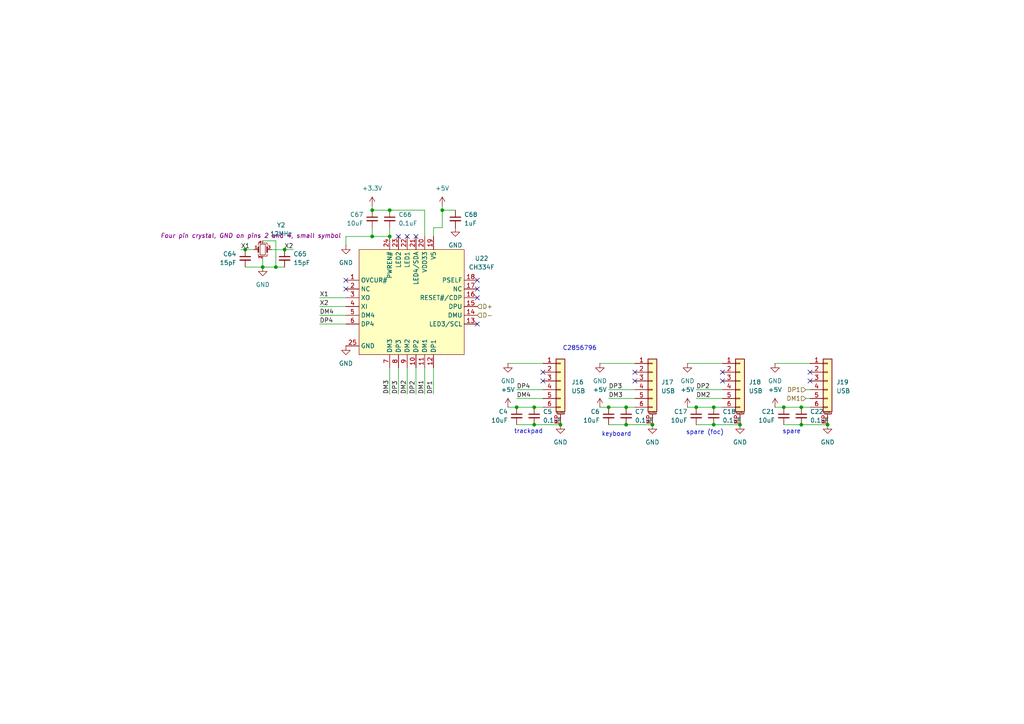
<source format=kicad_sch>
(kicad_sch (version 20240417) (generator "eeschema") (generator_version "8.99")
  (paper "A4")
  (lib_symbols
    (symbol "Connector_Generic_MountingPin:Conn_01x06_MountingPin" (pin_names (offset 1.016) hide)
      (property "Reference" "J" (at 0 7.62 0))
      (property "Value" "Conn_01x06_MountingPin" (at 1.27 -10.16 0))
      (symbol "Conn_01x06_MountingPin_1_1"
        (rectangle (start -1.27 6.35) (end 1.27 -8.89) (stroke (width 0.254)) (fill (type background)))
        (rectangle (start -1.27 5.207) (end 0 4.953) (stroke (width 0.1524)))
        (rectangle (start -1.27 2.667) (end 0 2.413) (stroke (width 0.1524)))
        (rectangle (start -1.27 0.127) (end 0 -0.127) (stroke (width 0.1524)))
        (rectangle (start -1.27 -2.413) (end 0 -2.667) (stroke (width 0.1524)))
        (rectangle (start -1.27 -4.953) (end 0 -5.207) (stroke (width 0.1524)))
        (rectangle (start -1.27 -7.493) (end 0 -7.747) (stroke (width 0.1524)))
        (polyline (pts (xy -1.016 -9.652) (xy 1.016 -9.652)) (stroke (width 0.1524)))
        (text "Mounting" (at 0 -9.271 0) (effects (font (size 0.381 0.381))))
        (pin passive line (at -5.08 5.08 0) (length 3.81) (name "Pin_1") (number "1"))
        (pin passive line (at -5.08 2.54 0) (length 3.81) (name "Pin_2") (number "2"))
        (pin passive line (at -5.08 0 0) (length 3.81) (name "Pin_3") (number "3"))
        (pin passive line (at -5.08 -2.54 0) (length 3.81) (name "Pin_4") (number "4"))
        (pin passive line (at -5.08 -5.08 0) (length 3.81) (name "Pin_5") (number "5"))
        (pin passive line (at -5.08 -7.62 0) (length 3.81) (name "Pin_6") (number "6"))
        (pin passive line (at 0 -12.7 90) (length 3.048) (name "MountPin") (number "MP"))
      )
    )
    (symbol "Device:C_Small" (pin_numbers hide) (pin_names (offset 0.254) hide)
      (property "Reference" "C" (at 0.254 1.778 0))
      (property "Value" "C_Small" (at 0.254 -2.032 0))
      (symbol "C_Small_0_1"
        (polyline (pts (xy -1.524 0.508) (xy 1.524 0.508)) (stroke (width 0.3048)))
        (polyline (pts (xy -1.524 -0.508) (xy 1.524 -0.508)) (stroke (width 0.3302)))
      )
      (symbol "C_Small_1_1"
        (pin passive line (at 0 2.54 270) (length 2.032) (name "~") (number "1"))
        (pin passive line (at 0 -2.54 90) (length 2.032) (name "~") (number "2"))
      )
    )
    (symbol "Device:Crystal_GND24_Small" (pin_names (offset 1.016) hide)
      (property "Reference" "Y" (at 1.27 4.445 0))
      (property "Value" "Crystal_GND24_Small" (at 1.27 2.54 0))
      (symbol "Crystal_GND24_Small_0_1"
        (polyline (pts (xy -1.27 1.27) (xy -1.27 1.905) (xy 1.27 1.905) (xy 1.27 1.27)))
        (polyline (pts (xy -1.27 -0.762) (xy -1.27 0.762)) (stroke (width 0.381)))
        (polyline (pts (xy -1.27 -1.27) (xy -1.27 -1.905) (xy 1.27 -1.905) (xy 1.27 -1.27)))
        (rectangle (start -0.762 -1.524) (end 0.762 1.524))
        (polyline (pts (xy 1.27 -0.762) (xy 1.27 0.762)) (stroke (width 0.381)))
      )
      (symbol "Crystal_GND24_Small_1_1"
        (pin passive line (at -2.54 0 0) (length 1.27) (name "1") (number "1"))
        (pin passive line (at 0 -2.54 90) (length 0.635) (name "2") (number "2"))
        (pin passive line (at 2.54 0 180) (length 1.27) (name "3") (number "3"))
        (pin passive line (at 0 2.54 270) (length 0.635) (name "4") (number "4"))
      )
    )
    (symbol "library:CH334F"
      (property "Reference" "U" (at 0 0 0))
      (property "Value" "CH334F" (at 0 0 0))
      (symbol "CH334F_1_1"
        (rectangle (start -15.24 15.24) (end 15.24 -15.24) (fill (type background)))
        (pin input line (at -19.05 6.35 0) (length 3.81) (name "OVCUR#") (number "1"))
        (pin input line (at 1.27 -19.05 90) (length 3.81) (name "DP2") (number "10"))
        (pin input line (at 3.81 -19.05 90) (length 3.81) (name "DM1") (number "11"))
        (pin input line (at 6.35 -19.05 90) (length 3.81) (name "DP1") (number "12"))
        (pin input line (at 19.05 -6.35 180) (length 3.81) (name "LED3/SCL") (number "13"))
        (pin input line (at 19.05 -3.81 180) (length 3.81) (name "DMU") (number "14"))
        (pin input line (at 19.05 -1.27 180) (length 3.81) (name "DPU") (number "15"))
        (pin input line (at 19.05 1.27 180) (length 3.81) (name "RESET#/CDP") (number "16"))
        (pin input line (at 19.05 3.81 180) (length 3.81) (name "NC") (number "17"))
        (pin input line (at 19.05 6.35 180) (length 3.81) (name "PSELF") (number "18"))
        (pin input line (at 6.35 19.05 270) (length 3.81) (name "V5") (number "19"))
        (pin input line (at -19.05 3.81 0) (length 3.81) (name "NC") (number "2"))
        (pin input line (at 3.81 19.05 270) (length 3.81) (name "VDD33") (number "20"))
        (pin input line (at 1.27 19.05 270) (length 3.81) (name "LED4/SDA") (number "21"))
        (pin input line (at -1.27 19.05 270) (length 3.81) (name "LED1") (number "22"))
        (pin input line (at -3.81 19.05 270) (length 3.81) (name "LED2") (number "23"))
        (pin input line (at -6.35 19.05 270) (length 3.81) (name "PWREN#") (number "24"))
        (pin input line (at -19.05 -12.7 0) (length 3.81) (name "GND") (number "25"))
        (pin input line (at -19.05 1.27 0) (length 3.81) (name "XO") (number "3"))
        (pin input line (at -19.05 -1.27 0) (length 3.81) (name "XI") (number "4"))
        (pin input line (at -19.05 -3.81 0) (length 3.81) (name "DM4") (number "5"))
        (pin input line (at -19.05 -6.35 0) (length 3.81) (name "DP4") (number "6"))
        (pin input line (at -6.35 -19.05 90) (length 3.81) (name "DM3") (number "7"))
        (pin input line (at -3.81 -19.05 90) (length 3.81) (name "DP3") (number "8"))
        (pin input line (at -1.27 -19.05 90) (length 3.81) (name "DM2") (number "9"))
      )
    )
    (symbol "power:+3.3V" (power) (pin_numbers hide) (pin_names (offset 0) hide)
      (property "Value" "+3.3V" (at 0 3.556 0))
      (symbol "+3.3V_0_1"
        (polyline (pts (xy -0.762 1.27) (xy 0 2.54)))
        (polyline (pts (xy 0 2.54) (xy 0.762 1.27)))
        (polyline (pts (xy 0 0) (xy 0 2.54)))
      )
      (symbol "+3.3V_1_1"
        (pin power_in line (at 0 0 90) (length 0) (name "~") (number "1"))
      )
    )
    (symbol "power:+5V" (power) (pin_numbers hide) (pin_names (offset 0) hide)
      (property "Value" "+5V" (at 0 3.556 0))
      (symbol "+5V_0_1"
        (polyline (pts (xy -0.762 1.27) (xy 0 2.54)))
        (polyline (pts (xy 0 2.54) (xy 0.762 1.27)))
        (polyline (pts (xy 0 0) (xy 0 2.54)))
      )
      (symbol "+5V_1_1"
        (pin power_in line (at 0 0 90) (length 0) (name "~") (number "1"))
      )
    )
    (symbol "power:GND" (power) (pin_numbers hide) (pin_names (offset 0) hide)
      (property "Value" "GND" (at 0 -3.81 0))
      (symbol "GND_0_1"
        (polyline (pts (xy 0 0) (xy 0 -1.27) (xy 1.27 -1.27) (xy 0 -2.54) (xy -1.27 -1.27) (xy 0 -1.27)))
      )
      (symbol "GND_1_1"
        (pin power_in line (at 0 0 270) (length 0) (name "~") (number "1"))
      )
    )
  )
  (text "trackpad" (at 153.2981 125.1915 0) (effects (font (size 1.27 1.27))))
  (text "spare (foc)" (at 204.47 125.476 0) (effects (font (size 1.27 1.27))))
  (text "C2856796" (at 168.148 101.092 0) (effects (font (size 1.27 1.27))))
  (text "keyboard" (at 178.816 125.984 0) (effects (font (size 1.27 1.27))))
  (text "spare" (at 229.616 125.222 0) (effects (font (size 1.27 1.27))))
  (junction (at 240.03 123.19))
  (junction (at 107.95 68.58))
  (junction (at 128.27 60.96))
  (junction (at 162.56 123.19))
  (junction (at 76.2 77.47))
  (junction (at 107.95 60.96))
  (junction (at 181.61 118.11))
  (junction (at 232.41 118.11))
  (junction (at 232.41 123.19))
  (junction (at 201.93 118.11))
  (junction (at 181.61 123.19))
  (junction (at 207.01 118.11))
  (junction (at 113.03 60.96))
  (junction (at 214.63 123.19))
  (junction (at 207.01 123.19))
  (junction (at 154.94 123.19))
  (junction (at 80.01 77.47))
  (junction (at 149.86 118.11))
  (junction (at 176.53 118.11))
  (junction (at 189.23 123.19))
  (junction (at 113.03 68.58))
  (junction (at 154.94 118.11))
  (junction (at 82.55 72.39))
  (junction (at 227.33 118.11))
  (junction (at 71.12 72.39))
  (no_connect (at 115.57 68.58))
  (no_connect (at 100.33 83.82))
  (no_connect (at 120.65 68.58))
  (no_connect (at 184.15 107.95))
  (no_connect (at 138.43 81.28))
  (no_connect (at 157.48 110.49))
  (no_connect (at 157.48 107.95))
  (no_connect (at 138.43 83.82))
  (no_connect (at 234.95 107.95))
  (no_connect (at 138.43 93.98))
  (no_connect (at 209.55 110.49))
  (no_connect (at 118.11 68.58))
  (no_connect (at 234.95 110.49))
  (no_connect (at 138.43 86.36))
  (no_connect (at 209.55 107.95))
  (no_connect (at 184.15 110.49))
  (no_connect (at 100.33 81.28))
  (wire (pts (xy 92.71 88.9) (xy 100.33 88.9)))
  (wire (pts (xy 199.39 105.41) (xy 209.55 105.41)))
  (wire (pts (xy 115.57 106.68) (xy 115.57 114.3)))
  (wire (pts (xy 181.61 118.11) (xy 184.15 118.11)))
  (wire (pts (xy 224.79 105.41) (xy 234.95 105.41)))
  (wire (pts (xy 176.53 118.11) (xy 181.61 118.11)))
  (wire (pts (xy 233.68 115.57) (xy 234.95 115.57)))
  (wire (pts (xy 107.95 60.96) (xy 113.03 60.96)))
  (wire (pts (xy 176.53 113.03) (xy 184.15 113.03)))
  (wire (pts (xy 233.68 113.03) (xy 234.95 113.03)))
  (wire (pts (xy 125.73 66.04) (xy 125.73 68.58)))
  (wire (pts (xy 76.2 74.93) (xy 76.2 77.47)))
  (wire (pts (xy 80.01 77.47) (xy 82.55 77.47)))
  (wire (pts (xy 149.86 123.19) (xy 154.94 123.19)))
  (wire (pts (xy 176.53 115.57) (xy 184.15 115.57)))
  (wire (pts (xy 149.86 115.57) (xy 157.48 115.57)))
  (wire (pts (xy 154.94 118.11) (xy 157.48 118.11)))
  (wire (pts (xy 173.99 105.41) (xy 184.15 105.41)))
  (wire (pts (xy 201.93 113.03) (xy 209.55 113.03)))
  (wire (pts (xy 100.33 68.58) (xy 107.95 68.58)))
  (wire (pts (xy 149.86 118.11) (xy 154.94 118.11)))
  (wire (pts (xy 71.12 72.39) (xy 73.66 72.39)))
  (wire (pts (xy 123.19 114.3) (xy 123.19 106.68)))
  (wire (pts (xy 85.09 72.39) (xy 82.55 72.39)))
  (wire (pts (xy 107.95 66.04) (xy 107.95 68.58)))
  (wire (pts (xy 176.53 123.19) (xy 181.61 123.19)))
  (wire (pts (xy 107.95 59.69) (xy 107.95 60.96)))
  (wire (pts (xy 224.79 118.11) (xy 227.33 118.11)))
  (wire (pts (xy 181.61 123.19) (xy 189.23 123.19)))
  (wire (pts (xy 207.01 118.11) (xy 209.55 118.11)))
  (wire (pts (xy 100.33 71.12) (xy 100.33 68.58)))
  (wire (pts (xy 76.2 77.47) (xy 80.01 77.47)))
  (wire (pts (xy 78.74 72.39) (xy 82.55 72.39)))
  (wire (pts (xy 201.93 118.11) (xy 207.01 118.11)))
  (wire (pts (xy 207.01 123.19) (xy 214.63 123.19)))
  (wire (pts (xy 232.41 118.11) (xy 234.95 118.11)))
  (wire (pts (xy 232.41 123.19) (xy 240.03 123.19)))
  (wire (pts (xy 201.93 123.19) (xy 207.01 123.19)))
  (wire (pts (xy 113.03 66.04) (xy 113.03 68.58)))
  (wire (pts (xy 71.12 77.47) (xy 76.2 77.47)))
  (wire (pts (xy 76.2 69.85) (xy 80.01 69.85)))
  (wire (pts (xy 154.94 123.19) (xy 162.56 123.19)))
  (wire (pts (xy 69.85 72.39) (xy 71.12 72.39)))
  (wire (pts (xy 118.11 114.3) (xy 118.11 106.68)))
  (wire (pts (xy 199.39 118.11) (xy 201.93 118.11)))
  (wire (pts (xy 128.27 59.69) (xy 128.27 60.96)))
  (wire (pts (xy 123.19 60.96) (xy 123.19 68.58)))
  (wire (pts (xy 80.01 69.85) (xy 80.01 77.47)))
  (wire (pts (xy 92.71 91.44) (xy 100.33 91.44)))
  (wire (pts (xy 113.03 106.68) (xy 113.03 114.3)))
  (wire (pts (xy 120.65 114.3) (xy 120.65 106.68)))
  (wire (pts (xy 128.27 60.96) (xy 128.27 66.04)))
  (wire (pts (xy 128.27 66.04) (xy 125.73 66.04)))
  (wire (pts (xy 227.33 123.19) (xy 232.41 123.19)))
  (wire (pts (xy 173.99 118.11) (xy 176.53 118.11)))
  (wire (pts (xy 128.27 60.96) (xy 132.08 60.96)))
  (wire (pts (xy 113.03 60.96) (xy 123.19 60.96)))
  (wire (pts (xy 147.32 118.11) (xy 149.86 118.11)))
  (wire (pts (xy 107.95 68.58) (xy 113.03 68.58)))
  (wire (pts (xy 201.93 115.57) (xy 209.55 115.57)))
  (wire (pts (xy 92.71 93.98) (xy 100.33 93.98)))
  (wire (pts (xy 147.32 105.41) (xy 157.48 105.41)))
  (wire (pts (xy 92.71 86.36) (xy 100.33 86.36)))
  (wire (pts (xy 149.86 113.03) (xy 157.48 113.03)))
  (wire (pts (xy 125.73 114.3) (xy 125.73 106.68)))
  (wire (pts (xy 227.33 118.11) (xy 232.41 118.11)))
  (label "DP4" (at 92.71 93.98 0))
  (label "DM4" (at 92.71 91.44 0))
  (label "DM2" (at 118.11 114.3 90))
  (label "DP3" (at 115.57 114.3 90))
  (label "DM4" (at 149.86 115.57 0))
  (label "DP2" (at 120.65 114.3 90))
  (label "DP2" (at 201.93 113.03 0))
  (label "X1" (at 92.71 86.36 0))
  (label "X2" (at 92.71 88.9 0))
  (label "DP3" (at 176.53 113.03 0))
  (label "DM1" (at 123.19 114.3 90))
  (label "DM2" (at 201.93 115.57 0))
  (label "DP1" (at 125.73 114.3 90))
  (label "X2" (at 85.09 72.39 180))
  (label "DP4" (at 149.86 113.03 0))
  (label "DM3" (at 176.53 115.57 0))
  (label "X1" (at 69.85 72.39 0))
  (label "DM3" (at 113.03 114.3 90))
  (hierarchical_label "D-" (shape input) (at 138.43 91.44 0))
  (hierarchical_label "DM1" (shape input) (at 233.68 115.57 180))
  (hierarchical_label "D+" (shape input) (at 138.43 88.9 0))
  (hierarchical_label "DP1" (shape input) (at 233.68 113.03 180))
  (symbol (lib_id "power:+5V") (at 147.32 118.11 0) (unit 1)
    (property "Reference" "#PWR0104" (effects (hide yes)))
    (property "Value" "+5V" (at 147.32 113.03 0))
    (property "Description" "Power symbol creates a global label with name \"+5V\"" (effects (hide yes)))
  )
  (symbol (lib_id "power:GND") (at 100.33 100.33 0) (unit 1)
    (property "Reference" "#PWR0154" (effects (hide yes)))
    (property "Value" "GND" (at 100.33 105.41 0))
    (property "Description" "Power symbol creates a global label with name \"GND\" , ground" (effects (hide yes)))
  )
  (symbol (lib_id "Device:C_Small") (at 201.93 120.65 0) (unit 1)
    (property "Reference" "C17" (at 199.39 119.3862 0) (effects (justify right)))
    (property "Value" "10uF" (at 199.39 121.9262 0) (effects (justify right)))
    (property "Footprint" "Capacitor_SMD:C_0603_1608Metric" (effects (hide yes)))
    (property "Description" "Unpolarized capacitor, small symbol" (effects (hide yes)))
  )
  (symbol (lib_id "Device:C_Small") (at 149.86 120.65 0) (unit 1)
    (property "Reference" "C4" (at 147.32 119.3862 0) (effects (justify right)))
    (property "Value" "10uF" (at 147.32 121.9262 0) (effects (justify right)))
    (property "Footprint" "Capacitor_SMD:C_0603_1608Metric" (effects (hide yes)))
    (property "Description" "Unpolarized capacitor, small symbol" (effects (hide yes)))
  )
  (symbol (lib_id "power:GND") (at 189.23 123.19 0) (unit 1)
    (property "Reference" "#PWR0158" (effects (hide yes)))
    (property "Value" "GND" (at 189.23 128.27 0))
    (property "Description" "Power symbol creates a global label with name \"GND\" , ground" (effects (hide yes)))
  )
  (symbol (lib_id "Device:C_Small") (at 232.41 120.65 0) (unit 1)
    (property "Reference" "C22" (at 234.95 119.3862 0) (effects (justify left)))
    (property "Value" "0.1uF" (at 234.95 121.9262 0) (effects (justify left)))
    (property "Footprint" "Capacitor_SMD:C_0402_1005Metric" (effects (hide yes)))
    (property "Description" "Unpolarized capacitor, small symbol" (effects (hide yes)))
  )
  (symbol (lib_id "power:+3.3V") (at 107.95 59.69 0) (unit 1)
    (property "Reference" "#PWR098" (effects (hide yes)))
    (property "Value" "+3.3V" (at 107.95 54.61 0))
    (property "Description" "Power symbol creates a global label with name \"+3.3V\"" (effects (hide yes)))
  )
  (symbol (lib_id "Connector_Generic_MountingPin:Conn_01x06_MountingPin") (at 189.23 110.49 0) (unit 1)
    (property "Reference" "J17" (at 191.77 110.8455 0) (effects (justify left)))
    (property "Value" "USB" (at 191.77 113.3855 0) (effects (justify left)))
    (property "Footprint" "6P_05mm_FPC:FPC-SMD_6P-P0.50_XUNPU_FPC-05F-6PH20" (effects (hide yes)))
    (property "Description" "Generic connectable mounting pin connector, single row, 01x06, script generated (kicad-library-utils/schlib/autogen/connector/)" (effects (hide yes)))
  )
  (symbol (lib_id "power:GND") (at 76.2 77.47 0) (unit 1)
    (property "Reference" "#PWR0101" (effects (hide yes)))
    (property "Value" "GND" (at 76.2 82.55 0))
    (property "Description" "Power symbol creates a global label with name \"GND\" , ground" (effects (hide yes)))
  )
  (symbol (lib_id "power:GND") (at 173.99 105.41 0) (unit 1)
    (property "Reference" "#PWR0105" (effects (hide yes)))
    (property "Value" "GND" (at 173.99 110.49 0))
    (property "Description" "Power symbol creates a global label with name \"GND\" , ground" (effects (hide yes)))
  )
  (symbol (lib_id "power:GND") (at 240.03 123.19 0) (unit 1)
    (property "Reference" "#PWR0156" (effects (hide yes)))
    (property "Value" "GND" (at 240.03 128.27 0))
    (property "Description" "Power symbol creates a global label with name \"GND\" , ground" (effects (hide yes)))
  )
  (symbol (lib_id "Device:C_Small") (at 207.01 120.65 0) (unit 1)
    (property "Reference" "C18" (at 209.55 119.3862 0) (effects (justify left)))
    (property "Value" "0.1uF" (at 209.55 121.9262 0) (effects (justify left)))
    (property "Footprint" "Capacitor_SMD:C_0402_1005Metric" (effects (hide yes)))
    (property "Description" "Unpolarized capacitor, small symbol" (effects (hide yes)))
  )
  (symbol (lib_id "power:GND") (at 147.32 105.41 0) (unit 1)
    (property "Reference" "#PWR0103" (effects (hide yes)))
    (property "Value" "GND" (at 147.32 110.49 0))
    (property "Description" "Power symbol creates a global label with name \"GND\" , ground" (effects (hide yes)))
  )
  (symbol (lib_id "Device:C_Small") (at 176.53 120.65 0) (unit 1)
    (property "Reference" "C6" (at 173.99 119.3862 0) (effects (justify right)))
    (property "Value" "10uF" (at 173.99 121.9262 0) (effects (justify right)))
    (property "Footprint" "Capacitor_SMD:C_0603_1608Metric" (effects (hide yes)))
    (property "Description" "Unpolarized capacitor, small symbol" (effects (hide yes)))
  )
  (symbol (lib_id "Connector_Generic_MountingPin:Conn_01x06_MountingPin") (at 240.03 110.49 0) (unit 1)
    (property "Reference" "J19" (at 242.57 110.8455 0) (effects (justify left)))
    (property "Value" "USB" (at 242.57 113.3855 0) (effects (justify left)))
    (property "Footprint" "6P_05mm_FPC:FPC-SMD_6P-P0.50_XUNPU_FPC-05F-6PH20" (effects (hide yes)))
    (property "Description" "Generic connectable mounting pin connector, single row, 01x06, script generated (kicad-library-utils/schlib/autogen/connector/)" (effects (hide yes)))
  )
  (symbol (lib_id "power:+5V") (at 224.79 118.11 0) (unit 1)
    (property "Reference" "#PWR0110" (effects (hide yes)))
    (property "Value" "+5V" (at 224.79 113.03 0))
    (property "Description" "Power symbol creates a global label with name \"+5V\"" (effects (hide yes)))
  )
  (symbol (lib_id "power:GND") (at 132.08 66.04 0) (unit 1)
    (property "Reference" "#PWR0102" (effects (hide yes)))
    (property "Value" "GND" (at 132.08 71.12 0))
    (property "Description" "Power symbol creates a global label with name \"GND\" , ground" (effects (hide yes)))
  )
  (symbol (lib_id "Device:C_Small") (at 132.08 63.5 0) (unit 1)
    (property "Reference" "C68" (at 134.62 62.2362 0) (effects (justify left)))
    (property "Value" "1uF" (at 134.62 64.7762 0) (effects (justify left)))
    (property "Footprint" "Capacitor_SMD:C_0402_1005Metric" (effects (hide yes)))
    (property "Description" "Unpolarized capacitor, small symbol" (effects (hide yes)))
  )
  (symbol (lib_id "Connector_Generic_MountingPin:Conn_01x06_MountingPin") (at 214.63 110.49 0) (unit 1)
    (property "Reference" "J18" (at 217.17 110.8455 0) (effects (justify left)))
    (property "Value" "USB" (at 217.17 113.3855 0) (effects (justify left)))
    (property "Footprint" "6P_05mm_FPC:FPC-SMD_6P-P0.50_XUNPU_FPC-05F-6PH20" (effects (hide yes)))
    (property "Description" "Generic connectable mounting pin connector, single row, 01x06, script generated (kicad-library-utils/schlib/autogen/connector/)" (effects (hide yes)))
  )
  (symbol (lib_id "library:CH334F") (at 119.38 87.63 0) (unit 1)
    (property "Reference" "U22" (at 139.7 74.9614 0))
    (property "Value" "CH334F" (at 139.7 77.5014 0))
    (property "Footprint" "Package_DFN_QFN:QFN-24-1EP_4x4mm_P0.5mm_EP2.6x2.6mm" (effects (hide yes)))
  )
  (symbol (lib_id "Device:C_Small") (at 154.94 120.65 0) (unit 1)
    (property "Reference" "C5" (at 157.48 119.3862 0) (effects (justify left)))
    (property "Value" "0.1uF" (at 157.48 121.9262 0) (effects (justify left)))
    (property "Footprint" "Capacitor_SMD:C_0402_1005Metric" (effects (hide yes)))
    (property "Description" "Unpolarized capacitor, small symbol" (effects (hide yes)))
  )
  (symbol (lib_id "Device:C_Small") (at 71.12 74.93 0) (unit 1)
    (property "Reference" "C64" (at 68.58 73.6662 0) (effects (justify right)))
    (property "Value" "15pF" (at 68.58 76.2062 0) (effects (justify right)))
    (property "Footprint" "Capacitor_SMD:C_0402_1005Metric" (effects (hide yes)))
    (property "Description" "Unpolarized capacitor, small symbol" (effects (hide yes)))
  )
  (symbol (lib_id "power:GND") (at 214.63 123.19 0) (unit 1)
    (property "Reference" "#PWR0157" (effects (hide yes)))
    (property "Value" "GND" (at 214.63 128.27 0))
    (property "Description" "Power symbol creates a global label with name \"GND\" , ground" (effects (hide yes)))
  )
  (symbol (lib_id "power:+5V") (at 128.27 59.69 0) (unit 1)
    (property "Reference" "#PWR099" (effects (hide yes)))
    (property "Value" "+5V" (at 128.27 54.61 0))
    (property "Description" "Power symbol creates a global label with name \"+5V\"" (effects (hide yes)))
  )
  (symbol (lib_id "power:GND") (at 162.56 123.19 0) (unit 1)
    (property "Reference" "#PWR0159" (effects (hide yes)))
    (property "Value" "GND" (at 162.56 128.27 0))
    (property "Description" "Power symbol creates a global label with name \"GND\" , ground" (effects (hide yes)))
  )
  (symbol (lib_id "Device:C_Small") (at 181.61 120.65 0) (unit 1)
    (property "Reference" "C7" (at 184.15 119.3862 0) (effects (justify left)))
    (property "Value" "0.1uF" (at 184.15 121.9262 0) (effects (justify left)))
    (property "Footprint" "Capacitor_SMD:C_0402_1005Metric" (effects (hide yes)))
    (property "Description" "Unpolarized capacitor, small symbol" (effects (hide yes)))
  )
  (symbol (lib_id "power:GND") (at 100.33 71.12 0) (unit 1)
    (property "Reference" "#PWR0100" (effects (hide yes)))
    (property "Value" "GND" (at 100.33 76.2 0))
    (property "Description" "Power symbol creates a global label with name \"GND\" , ground" (effects (hide yes)))
  )
  (symbol (lib_id "power:GND") (at 199.39 105.41 0) (unit 1)
    (property "Reference" "#PWR0107" (effects (hide yes)))
    (property "Value" "GND" (at 199.39 110.49 0))
    (property "Description" "Power symbol creates a global label with name \"GND\" , ground" (effects (hide yes)))
  )
  (symbol (lib_id "power:+5V") (at 199.39 118.11 0) (unit 1)
    (property "Reference" "#PWR0108" (effects (hide yes)))
    (property "Value" "+5V" (at 199.39 113.03 0))
    (property "Description" "Power symbol creates a global label with name \"+5V\"" (effects (hide yes)))
  )
  (symbol (lib_id "Device:C_Small") (at 113.03 63.5 0) (unit 1)
    (property "Reference" "C66" (at 115.57 62.2362 0) (effects (justify left)))
    (property "Value" "0.1uF" (at 115.57 64.7762 0) (effects (justify left)))
    (property "Footprint" "Capacitor_SMD:C_0402_1005Metric" (effects (hide yes)))
    (property "Description" "Unpolarized capacitor, small symbol" (effects (hide yes)))
  )
  (symbol (lib_id "Device:C_Small") (at 107.95 63.5 0) (unit 1)
    (property "Reference" "C67" (at 105.41 62.2362 0) (effects (justify right)))
    (property "Value" "10uF" (at 105.41 64.7762 0) (effects (justify right)))
    (property "Footprint" "Capacitor_SMD:C_0603_1608Metric" (effects (hide yes)))
    (property "Description" "Unpolarized capacitor, small symbol" (effects (hide yes)))
  )
  (symbol (lib_id "Device:C_Small") (at 227.33 120.65 0) (unit 1)
    (property "Reference" "C21" (at 224.79 119.3862 0) (effects (justify right)))
    (property "Value" "10uF" (at 224.79 121.9262 0) (effects (justify right)))
    (property "Footprint" "Capacitor_SMD:C_0603_1608Metric" (effects (hide yes)))
    (property "Description" "Unpolarized capacitor, small symbol" (effects (hide yes)))
  )
  (symbol (lib_id "Device:Crystal_GND24_Small") (at 76.2 72.39 0) (unit 1)
    (property "Reference" "Y2" (at 81.534 65.278 0))
    (property "Value" "12MHz" (at 81.534 67.818 0))
    (property "Footprint" "Crystal:Crystal_SMD_3225-4Pin_3.2x2.5mm" (effects (hide yes)))
    (property "Description" "Four pin crystal, GND on pins 2 and 4, small symbol" (at 72.644 68.326 0) (effects (font (italic yes))))
  )
  (symbol (lib_id "power:+5V") (at 173.99 118.11 0) (unit 1)
    (property "Reference" "#PWR0106" (effects (hide yes)))
    (property "Value" "+5V" (at 173.99 113.03 0))
    (property "Description" "Power symbol creates a global label with name \"+5V\"" (effects (hide yes)))
  )
  (symbol (lib_id "power:GND") (at 224.79 105.41 0) (unit 1)
    (property "Reference" "#PWR0109" (effects (hide yes)))
    (property "Value" "GND" (at 224.79 110.49 0))
    (property "Description" "Power symbol creates a global label with name \"GND\" , ground" (effects (hide yes)))
  )
  (symbol (lib_id "Device:C_Small") (at 82.55 74.93 0) (unit 1)
    (property "Reference" "C65" (at 85.09 73.6662 0) (effects (justify left)))
    (property "Value" "15pF" (at 85.09 76.2062 0) (effects (justify left)))
    (property "Footprint" "Capacitor_SMD:C_0402_1005Metric" (effects (hide yes)))
    (property "Description" "Unpolarized capacitor, small symbol" (effects (hide yes)))
  )
  (symbol (lib_id "Connector_Generic_MountingPin:Conn_01x06_MountingPin") (at 162.56 110.49 0) (unit 1)
    (property "Reference" "J16" (at 165.7441 110.8455 0) (effects (justify left)))
    (property "Value" "USB" (at 165.7441 113.3855 0) (effects (justify left)))
    (property "Footprint" "6P_05mm_FPC:FPC-SMD_6P-P0.50_XUNPU_FPC-05F-6PH20" (effects (hide yes)))
    (property "Description" "Generic connectable mounting pin connector, single row, 01x06, script generated (kicad-library-utils/schlib/autogen/connector/)" (effects (hide yes)))
  )
)
</source>
